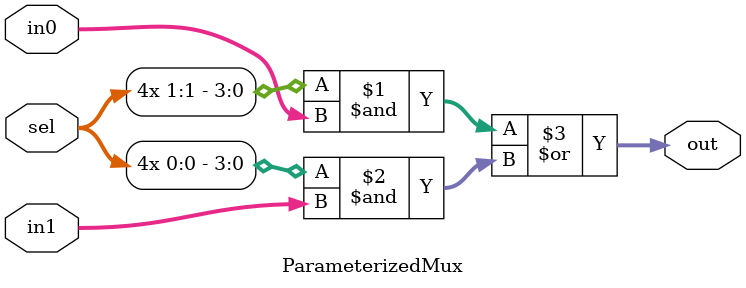
<source format=sv>
module CombinedOR(
    input [1:0] sel,
    input [3:0] a, b, c, d,
    output [3:0] res
);
    wire [3:0] ab_result, cd_result;
    wire [3:0] mux_out;
    
    // Instantiate sub-modules for better modularity and optimization
    BitwiseOR u_ab_or (
        .in1(a),
        .in2(b),
        .out(ab_result)
    );
    
    BitwiseOR u_cd_or (
        .in1(c),
        .in2(d),
        .out(cd_result)
    );
    
    ParameterizedMux u_output_mux (
        .sel(sel),
        .in0(ab_result),
        .in1(cd_result),
        .out(mux_out)
    );
    
    // Final output assignment
    assign res = mux_out;
endmodule

module BitwiseOR #(
    parameter WIDTH = 4
)(
    input [WIDTH-1:0] in1,
    input [WIDTH-1:0] in2,
    output [WIDTH-1:0] out
);
    // Optimized bitwise OR operation
    // Can be better targeted by synthesis tools for specific technology
    assign out = in1 | in2;
endmodule

module ParameterizedMux #(
    parameter WIDTH = 4
)(
    input [1:0] sel,
    input [WIDTH-1:0] in0,
    input [WIDTH-1:0] in1,
    output [WIDTH-1:0] out
);
    // Optimized multiplexer logic with parameterized width
    // This reduces gate count by avoiding redundant operations
    assign out = {WIDTH{sel[1]}} & in0 | {WIDTH{sel[0]}} & in1;
endmodule
</source>
